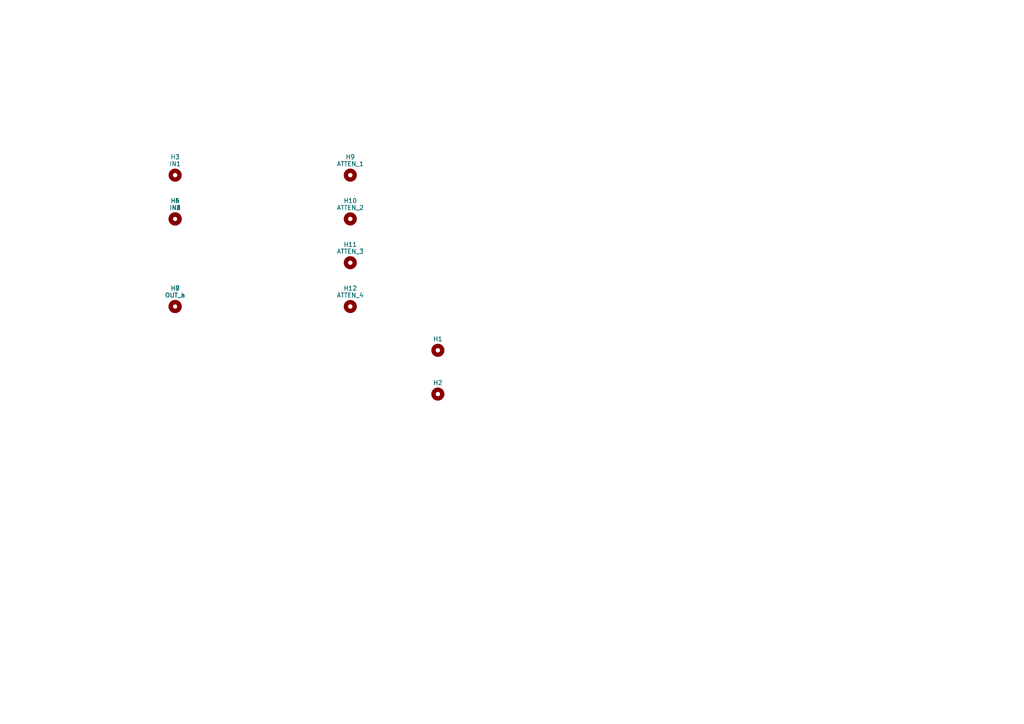
<source format=kicad_sch>
(kicad_sch (version 20211123) (generator "elektron")
  (paper "A4")
  (title_block (title "cp3") (date "26-07-2023") (rev "1") (comment 1 "panel circuit") (comment 2 "Moog like discrete mixer") (comment 4 "License CC BY 4.0 - Attribution 4.0 International"))
  (lib_symbols
    (symbol "Mechanical:MountingHole" (pin_names (offset 1.016)) (exclude_from_sim yes) (in_bom no)
      (property "Reference" "H" (at 0 5.08 0))
      (property "Value" "MountingHole" (at 0 3.175 0))
      (symbol "MountingHole_0_1"
        (circle (center 0 0) (radius 1.27) (stroke (width 1.27)))
      )
    )
  )
  (symbol (lib_id "Mechanical:MountingHole") (at 127 101.6 0) (unit 1) (exclude_from_sim yes) (in_bom no)
    (property "Reference" "H1" (at 127 98.33 0))
    (property "Footprint" elektrophon:MountingHole_Panel_3.2mm_M3 (effects (hide yes) hide))
    (property "Description" "Mounting Hole without connection" (effects (hide yes)))
    (property "ki_keywords" "mounting hole" (effects (hide yes)))
    (property "ki_fp_filters" "MountingHole*" (effects (hide yes)))
  )
  (symbol (lib_id "Mechanical:MountingHole") (at 127 114.3 0) (unit 1) (exclude_from_sim yes) (in_bom no)
    (property "Reference" "H2" (at 127 111.03 0))
    (property "Footprint" elektrophon:MountingHole_Panel_3.2mm_M3 (effects (hide yes) hide))
    (property "Description" "Mounting Hole without connection" (effects (hide yes)))
    (property "ki_keywords" "mounting hole" (effects (hide yes)))
    (property "ki_fp_filters" "MountingHole*" (effects (hide yes)))
  )
  (symbol (lib_id "Mechanical:MountingHole") (at 50.8 50.8 0) (unit 1) (exclude_from_sim yes) (in_bom no)
    (property "Reference" "H3" (at 50.8 45.53 0))
    (property "Value" "IN1" (at 50.8 47.53 0))
    (property "Footprint" elektrophon:panel_jack (effects (hide yes) hide))
    (property "Description" "Mounting Hole without connection" (effects (hide yes)))
    (property "ki_keywords" "mounting hole" (effects (hide yes)))
    (property "ki_fp_filters" "MountingHole*" (effects (hide yes)))
  )
  (symbol (lib_id "Mechanical:MountingHole") (at 50.8 63.5 0) (unit 1) (exclude_from_sim yes) (in_bom no)
    (property "Reference" "H4" (at 50.8 58.23 0))
    (property "Value" "IN2" (at 50.8 60.23 0))
    (property "Footprint" elektrophon:panel_jack (effects (hide yes) hide))
    (property "Description" "Mounting Hole without connection" (effects (hide yes)))
    (property "ki_keywords" "mounting hole" (effects (hide yes)))
    (property "ki_fp_filters" "MountingHole*" (effects (hide yes)))
  )
  (symbol (lib_id "Mechanical:MountingHole") (at 50.8 63.5 0) (unit 1) (exclude_from_sim yes) (in_bom no)
    (property "Reference" "H5" (at 50.8 58.23 0))
    (property "Value" "IN3" (at 50.8 60.23 0))
    (property "Footprint" elektrophon:panel_jack (effects (hide yes) hide))
    (property "Description" "Mounting Hole without connection" (effects (hide yes)))
    (property "ki_keywords" "mounting hole" (effects (hide yes)))
    (property "ki_fp_filters" "MountingHole*" (effects (hide yes)))
  )
  (symbol (lib_id "Mechanical:MountingHole") (at 50.8 63.5 0) (unit 1) (exclude_from_sim yes) (in_bom no)
    (property "Reference" "H6" (at 50.8 58.23 0))
    (property "Value" "IN4" (at 50.8 60.23 0))
    (property "Footprint" elektrophon:panel_jack (effects (hide yes) hide))
    (property "Description" "Mounting Hole without connection" (effects (hide yes)))
    (property "ki_keywords" "mounting hole" (effects (hide yes)))
    (property "ki_fp_filters" "MountingHole*" (effects (hide yes)))
  )
  (symbol (lib_id "Mechanical:MountingHole") (at 50.8 88.9 0) (unit 1) (exclude_from_sim yes) (in_bom no)
    (property "Reference" "H7" (at 50.8 83.63 0))
    (property "Value" "OUT_a" (at 50.8 85.63 0))
    (property "Footprint" elektrophon:panel_jack (effects (hide yes) hide))
    (property "Description" "Mounting Hole without connection" (effects (hide yes)))
    (property "ki_keywords" "mounting hole" (effects (hide yes)))
    (property "ki_fp_filters" "MountingHole*" (effects (hide yes)))
  )
  (symbol (lib_id "Mechanical:MountingHole") (at 50.8 88.9 0) (unit 1) (exclude_from_sim yes) (in_bom no)
    (property "Reference" "H8" (at 50.8 83.63 0))
    (property "Value" "OUT_b" (at 50.8 85.63 0))
    (property "Footprint" elektrophon:panel_jack (effects (hide yes) hide))
    (property "Description" "Mounting Hole without connection" (effects (hide yes)))
    (property "ki_keywords" "mounting hole" (effects (hide yes)))
    (property "ki_fp_filters" "MountingHole*" (effects (hide yes)))
  )
  (symbol (lib_id "Mechanical:MountingHole") (at 101.6 50.8 0) (unit 1) (exclude_from_sim yes) (in_bom no)
    (property "Reference" "H9" (at 101.6 45.53 0))
    (property "Value" "ATTEN_1" (at 101.6 47.53 0))
    (property "Footprint" elektrophon:panel_potentiometer (effects (hide yes) hide))
    (property "Description" "Mounting Hole without connection" (effects (hide yes)))
    (property "ki_keywords" "mounting hole" (effects (hide yes)))
    (property "ki_fp_filters" "MountingHole*" (effects (hide yes)))
  )
  (symbol (lib_id "Mechanical:MountingHole") (at 101.6 63.5 0) (unit 1) (exclude_from_sim yes) (in_bom no)
    (property "Reference" "H10" (at 101.6 58.23 0))
    (property "Value" "ATTEN_2" (at 101.6 60.23 0))
    (property "Footprint" elektrophon:panel_potentiometer (effects (hide yes) hide))
    (property "Description" "Mounting Hole without connection" (effects (hide yes)))
    (property "ki_keywords" "mounting hole" (effects (hide yes)))
    (property "ki_fp_filters" "MountingHole*" (effects (hide yes)))
  )
  (symbol (lib_id "Mechanical:MountingHole") (at 101.6 76.2 0) (unit 1) (exclude_from_sim yes) (in_bom no)
    (property "Reference" "H11" (at 101.6 70.93 0))
    (property "Value" "ATTEN_3" (at 101.6 72.93 0))
    (property "Footprint" elektrophon:panel_potentiometer (effects (hide yes) hide))
    (property "Description" "Mounting Hole without connection" (effects (hide yes)))
    (property "ki_keywords" "mounting hole" (effects (hide yes)))
    (property "ki_fp_filters" "MountingHole*" (effects (hide yes)))
  )
  (symbol (lib_id "Mechanical:MountingHole") (at 101.6 88.9 0) (unit 1) (exclude_from_sim yes) (in_bom no)
    (property "Reference" "H12" (at 101.6 83.63 0))
    (property "Value" "ATTEN_4" (at 101.6 85.63 0))
    (property "Footprint" elektrophon:panel_potentiometer (effects (hide yes) hide))
    (property "Description" "Mounting Hole without connection" (effects (hide yes)))
    (property "ki_keywords" "mounting hole" (effects (hide yes)))
    (property "ki_fp_filters" "MountingHole*" (effects (hide yes)))
  )
)
</source>
